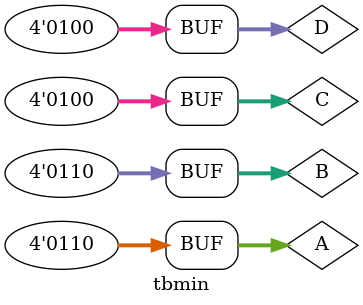
<source format=v>
 `timescale 1ns/1ns
module tbmin;
    reg [3:0] A, B, C, D;
    wire [7:0] min;
    min_block ut(A, B, C, D, min);

    initial begin
	A = 4'b1000;  B = 4'b0101;  C = 4'b0011; D = 4'b0110;    //A > B, C < D
	#100;
	A = 4'b0010;  B = 4'b1001;  C = 4'b0111; D = 4'b1100;   //A < B, C > D
	#100;
	A = 4'b0110;  B = 4'b0110;  C = 4'b0100; D = 4'b0100;    //A = B, C = D
	#100;
    end
endmodule

</source>
